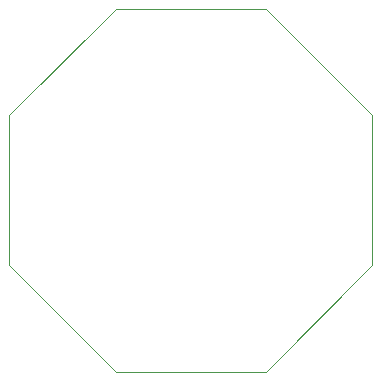
<source format=gbr>
%TF.GenerationSoftware,Altium Limited,Altium Designer,21.2.1 (34)*%
G04 Layer_Color=0*
%FSLAX26Y26*%
%MOIN*%
%TF.SameCoordinates,9B619AE5-86D3-421A-82E6-E0B3A417AA1F*%
%TF.FilePolarity,Positive*%
%TF.FileFunction,Profile,NP*%
%TF.Part,Single*%
G01*
G75*
%TA.AperFunction,Profile*%
%ADD49C,0.001000*%
D49*
X3025000Y2020000D02*
Y2520000D01*
X3380000Y2875000D01*
X3880000D01*
X4235000Y2520000D01*
Y2020000D01*
X3880000Y1665000D01*
X3380000D01*
X3025000Y2020000D01*
%TF.MD5,33ac4e8f9cd8375d7e7dd16adeb6cced*%
M02*

</source>
